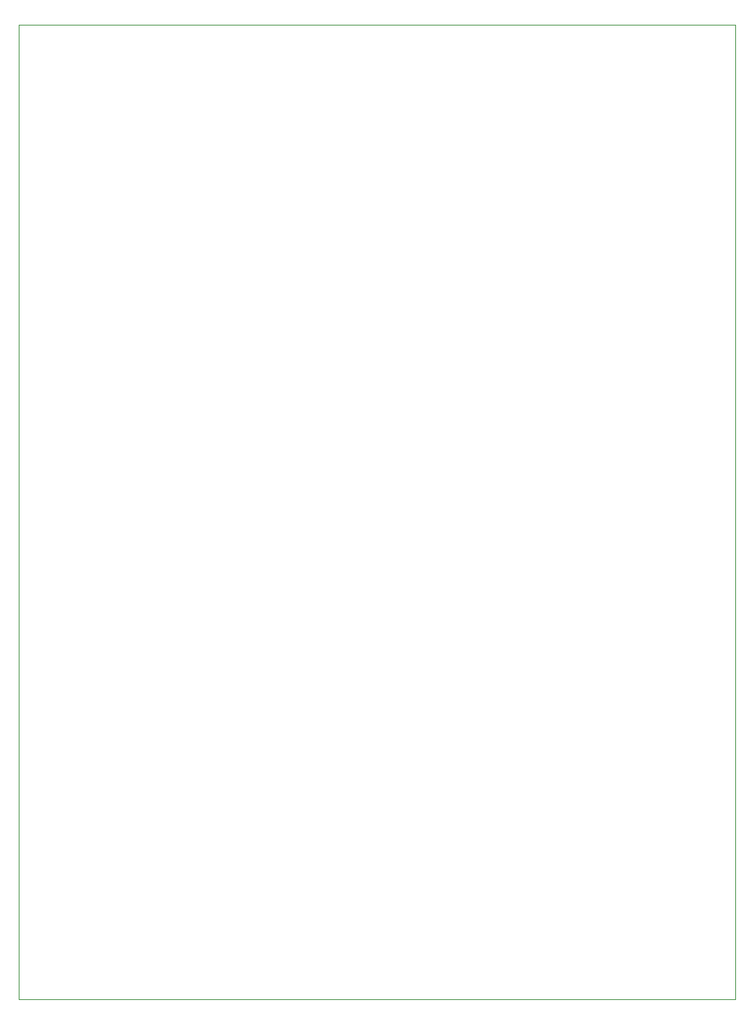
<source format=gbr>
%TF.GenerationSoftware,KiCad,Pcbnew,7.0.1*%
%TF.CreationDate,2023-10-25T20:50:30-07:00*%
%TF.ProjectId,daisy_ampsim_euro_pcb,64616973-795f-4616-9d70-73696d5f6575,rev?*%
%TF.SameCoordinates,Original*%
%TF.FileFunction,Profile,NP*%
%FSLAX46Y46*%
G04 Gerber Fmt 4.6, Leading zero omitted, Abs format (unit mm)*
G04 Created by KiCad (PCBNEW 7.0.1) date 2023-10-25 20:50:30*
%MOMM*%
%LPD*%
G01*
G04 APERTURE LIST*
%TA.AperFunction,Profile*%
%ADD10C,0.100000*%
%TD*%
G04 APERTURE END LIST*
D10*
X40000000Y-43000000D02*
X121000000Y-43000000D01*
X121000000Y-153000000D01*
X40000000Y-153000000D01*
X40000000Y-43000000D01*
M02*

</source>
